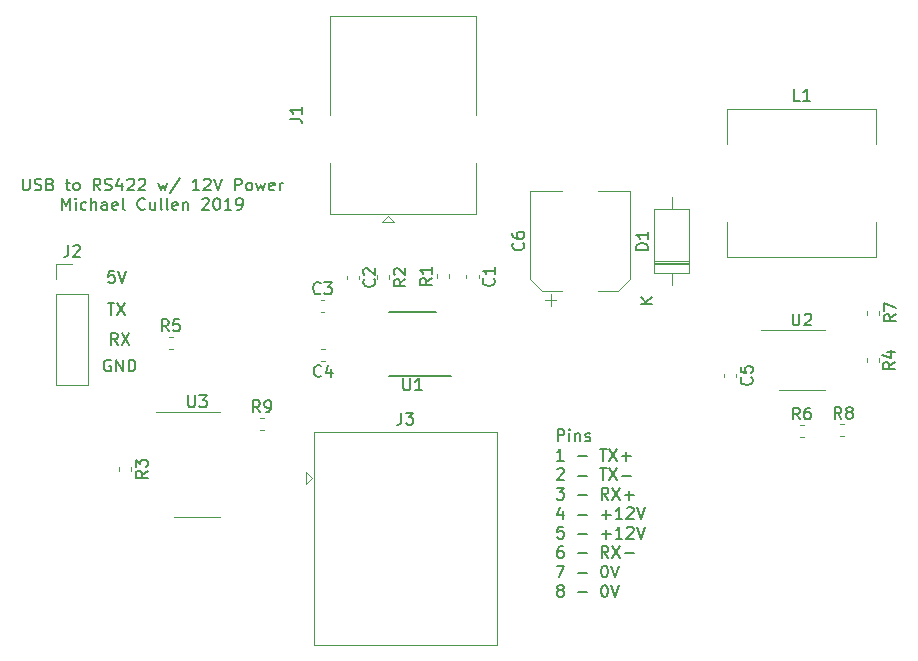
<source format=gbr>
G04 #@! TF.GenerationSoftware,KiCad,Pcbnew,(5.1.2-1)-1*
G04 #@! TF.CreationDate,2019-09-19T03:42:36+01:00*
G04 #@! TF.ProjectId,USB,5553422e-6b69-4636-9164-5f7063625858,rev?*
G04 #@! TF.SameCoordinates,Original*
G04 #@! TF.FileFunction,Legend,Top*
G04 #@! TF.FilePolarity,Positive*
%FSLAX46Y46*%
G04 Gerber Fmt 4.6, Leading zero omitted, Abs format (unit mm)*
G04 Created by KiCad (PCBNEW (5.1.2-1)-1) date 2019-09-19 03:42:36*
%MOMM*%
%LPD*%
G04 APERTURE LIST*
%ADD10C,0.150000*%
%ADD11C,0.120000*%
G04 APERTURE END LIST*
D10*
X126488095Y-105000000D02*
X126392857Y-104952380D01*
X126250000Y-104952380D01*
X126107142Y-105000000D01*
X126011904Y-105095238D01*
X125964285Y-105190476D01*
X125916666Y-105380952D01*
X125916666Y-105523809D01*
X125964285Y-105714285D01*
X126011904Y-105809523D01*
X126107142Y-105904761D01*
X126250000Y-105952380D01*
X126345238Y-105952380D01*
X126488095Y-105904761D01*
X126535714Y-105857142D01*
X126535714Y-105523809D01*
X126345238Y-105523809D01*
X126964285Y-105952380D02*
X126964285Y-104952380D01*
X127535714Y-105952380D01*
X127535714Y-104952380D01*
X128011904Y-105952380D02*
X128011904Y-104952380D01*
X128250000Y-104952380D01*
X128392857Y-105000000D01*
X128488095Y-105095238D01*
X128535714Y-105190476D01*
X128583333Y-105380952D01*
X128583333Y-105523809D01*
X128535714Y-105714285D01*
X128488095Y-105809523D01*
X128392857Y-105904761D01*
X128250000Y-105952380D01*
X128011904Y-105952380D01*
X127083333Y-103702380D02*
X126750000Y-103226190D01*
X126511904Y-103702380D02*
X126511904Y-102702380D01*
X126892857Y-102702380D01*
X126988095Y-102750000D01*
X127035714Y-102797619D01*
X127083333Y-102892857D01*
X127083333Y-103035714D01*
X127035714Y-103130952D01*
X126988095Y-103178571D01*
X126892857Y-103226190D01*
X126511904Y-103226190D01*
X127416666Y-102702380D02*
X128083333Y-103702380D01*
X128083333Y-102702380D02*
X127416666Y-103702380D01*
X126238095Y-100202380D02*
X126809523Y-100202380D01*
X126523809Y-101202380D02*
X126523809Y-100202380D01*
X127047619Y-100202380D02*
X127714285Y-101202380D01*
X127714285Y-100202380D02*
X127047619Y-101202380D01*
X126809523Y-97452380D02*
X126333333Y-97452380D01*
X126285714Y-97928571D01*
X126333333Y-97880952D01*
X126428571Y-97833333D01*
X126666666Y-97833333D01*
X126761904Y-97880952D01*
X126809523Y-97928571D01*
X126857142Y-98023809D01*
X126857142Y-98261904D01*
X126809523Y-98357142D01*
X126761904Y-98404761D01*
X126666666Y-98452380D01*
X126428571Y-98452380D01*
X126333333Y-98404761D01*
X126285714Y-98357142D01*
X127142857Y-97452380D02*
X127476190Y-98452380D01*
X127809523Y-97452380D01*
X164335595Y-111852380D02*
X164335595Y-110852380D01*
X164716547Y-110852380D01*
X164811785Y-110900000D01*
X164859404Y-110947619D01*
X164907023Y-111042857D01*
X164907023Y-111185714D01*
X164859404Y-111280952D01*
X164811785Y-111328571D01*
X164716547Y-111376190D01*
X164335595Y-111376190D01*
X165335595Y-111852380D02*
X165335595Y-111185714D01*
X165335595Y-110852380D02*
X165287976Y-110900000D01*
X165335595Y-110947619D01*
X165383214Y-110900000D01*
X165335595Y-110852380D01*
X165335595Y-110947619D01*
X165811785Y-111185714D02*
X165811785Y-111852380D01*
X165811785Y-111280952D02*
X165859404Y-111233333D01*
X165954642Y-111185714D01*
X166097500Y-111185714D01*
X166192738Y-111233333D01*
X166240357Y-111328571D01*
X166240357Y-111852380D01*
X166668928Y-111804761D02*
X166764166Y-111852380D01*
X166954642Y-111852380D01*
X167049880Y-111804761D01*
X167097500Y-111709523D01*
X167097500Y-111661904D01*
X167049880Y-111566666D01*
X166954642Y-111519047D01*
X166811785Y-111519047D01*
X166716547Y-111471428D01*
X166668928Y-111376190D01*
X166668928Y-111328571D01*
X166716547Y-111233333D01*
X166811785Y-111185714D01*
X166954642Y-111185714D01*
X167049880Y-111233333D01*
X164859404Y-113502380D02*
X164287976Y-113502380D01*
X164573690Y-113502380D02*
X164573690Y-112502380D01*
X164478452Y-112645238D01*
X164383214Y-112740476D01*
X164287976Y-112788095D01*
X166049880Y-113121428D02*
X166811785Y-113121428D01*
X167907023Y-112502380D02*
X168478452Y-112502380D01*
X168192738Y-113502380D02*
X168192738Y-112502380D01*
X168716547Y-112502380D02*
X169383214Y-113502380D01*
X169383214Y-112502380D02*
X168716547Y-113502380D01*
X169764166Y-113121428D02*
X170526071Y-113121428D01*
X170145119Y-113502380D02*
X170145119Y-112740476D01*
X164287976Y-114247619D02*
X164335595Y-114200000D01*
X164430833Y-114152380D01*
X164668928Y-114152380D01*
X164764166Y-114200000D01*
X164811785Y-114247619D01*
X164859404Y-114342857D01*
X164859404Y-114438095D01*
X164811785Y-114580952D01*
X164240357Y-115152380D01*
X164859404Y-115152380D01*
X166049880Y-114771428D02*
X166811785Y-114771428D01*
X167907023Y-114152380D02*
X168478452Y-114152380D01*
X168192738Y-115152380D02*
X168192738Y-114152380D01*
X168716547Y-114152380D02*
X169383214Y-115152380D01*
X169383214Y-114152380D02*
X168716547Y-115152380D01*
X169764166Y-114771428D02*
X170526071Y-114771428D01*
X164240357Y-115802380D02*
X164859404Y-115802380D01*
X164526071Y-116183333D01*
X164668928Y-116183333D01*
X164764166Y-116230952D01*
X164811785Y-116278571D01*
X164859404Y-116373809D01*
X164859404Y-116611904D01*
X164811785Y-116707142D01*
X164764166Y-116754761D01*
X164668928Y-116802380D01*
X164383214Y-116802380D01*
X164287976Y-116754761D01*
X164240357Y-116707142D01*
X166049880Y-116421428D02*
X166811785Y-116421428D01*
X168621309Y-116802380D02*
X168287976Y-116326190D01*
X168049880Y-116802380D02*
X168049880Y-115802380D01*
X168430833Y-115802380D01*
X168526071Y-115850000D01*
X168573690Y-115897619D01*
X168621309Y-115992857D01*
X168621309Y-116135714D01*
X168573690Y-116230952D01*
X168526071Y-116278571D01*
X168430833Y-116326190D01*
X168049880Y-116326190D01*
X168954642Y-115802380D02*
X169621309Y-116802380D01*
X169621309Y-115802380D02*
X168954642Y-116802380D01*
X170002261Y-116421428D02*
X170764166Y-116421428D01*
X170383214Y-116802380D02*
X170383214Y-116040476D01*
X164764166Y-117785714D02*
X164764166Y-118452380D01*
X164526071Y-117404761D02*
X164287976Y-118119047D01*
X164907023Y-118119047D01*
X166049880Y-118071428D02*
X166811785Y-118071428D01*
X168049880Y-118071428D02*
X168811785Y-118071428D01*
X168430833Y-118452380D02*
X168430833Y-117690476D01*
X169811785Y-118452380D02*
X169240357Y-118452380D01*
X169526071Y-118452380D02*
X169526071Y-117452380D01*
X169430833Y-117595238D01*
X169335595Y-117690476D01*
X169240357Y-117738095D01*
X170192738Y-117547619D02*
X170240357Y-117500000D01*
X170335595Y-117452380D01*
X170573690Y-117452380D01*
X170668928Y-117500000D01*
X170716547Y-117547619D01*
X170764166Y-117642857D01*
X170764166Y-117738095D01*
X170716547Y-117880952D01*
X170145119Y-118452380D01*
X170764166Y-118452380D01*
X171049880Y-117452380D02*
X171383214Y-118452380D01*
X171716547Y-117452380D01*
X164811785Y-119102380D02*
X164335595Y-119102380D01*
X164287976Y-119578571D01*
X164335595Y-119530952D01*
X164430833Y-119483333D01*
X164668928Y-119483333D01*
X164764166Y-119530952D01*
X164811785Y-119578571D01*
X164859404Y-119673809D01*
X164859404Y-119911904D01*
X164811785Y-120007142D01*
X164764166Y-120054761D01*
X164668928Y-120102380D01*
X164430833Y-120102380D01*
X164335595Y-120054761D01*
X164287976Y-120007142D01*
X166049880Y-119721428D02*
X166811785Y-119721428D01*
X168049880Y-119721428D02*
X168811785Y-119721428D01*
X168430833Y-120102380D02*
X168430833Y-119340476D01*
X169811785Y-120102380D02*
X169240357Y-120102380D01*
X169526071Y-120102380D02*
X169526071Y-119102380D01*
X169430833Y-119245238D01*
X169335595Y-119340476D01*
X169240357Y-119388095D01*
X170192738Y-119197619D02*
X170240357Y-119150000D01*
X170335595Y-119102380D01*
X170573690Y-119102380D01*
X170668928Y-119150000D01*
X170716547Y-119197619D01*
X170764166Y-119292857D01*
X170764166Y-119388095D01*
X170716547Y-119530952D01*
X170145119Y-120102380D01*
X170764166Y-120102380D01*
X171049880Y-119102380D02*
X171383214Y-120102380D01*
X171716547Y-119102380D01*
X164764166Y-120752380D02*
X164573690Y-120752380D01*
X164478452Y-120800000D01*
X164430833Y-120847619D01*
X164335595Y-120990476D01*
X164287976Y-121180952D01*
X164287976Y-121561904D01*
X164335595Y-121657142D01*
X164383214Y-121704761D01*
X164478452Y-121752380D01*
X164668928Y-121752380D01*
X164764166Y-121704761D01*
X164811785Y-121657142D01*
X164859404Y-121561904D01*
X164859404Y-121323809D01*
X164811785Y-121228571D01*
X164764166Y-121180952D01*
X164668928Y-121133333D01*
X164478452Y-121133333D01*
X164383214Y-121180952D01*
X164335595Y-121228571D01*
X164287976Y-121323809D01*
X166049880Y-121371428D02*
X166811785Y-121371428D01*
X168621309Y-121752380D02*
X168287976Y-121276190D01*
X168049880Y-121752380D02*
X168049880Y-120752380D01*
X168430833Y-120752380D01*
X168526071Y-120800000D01*
X168573690Y-120847619D01*
X168621309Y-120942857D01*
X168621309Y-121085714D01*
X168573690Y-121180952D01*
X168526071Y-121228571D01*
X168430833Y-121276190D01*
X168049880Y-121276190D01*
X168954642Y-120752380D02*
X169621309Y-121752380D01*
X169621309Y-120752380D02*
X168954642Y-121752380D01*
X170002261Y-121371428D02*
X170764166Y-121371428D01*
X164240357Y-122402380D02*
X164907023Y-122402380D01*
X164478452Y-123402380D01*
X166049880Y-123021428D02*
X166811785Y-123021428D01*
X168240357Y-122402380D02*
X168335595Y-122402380D01*
X168430833Y-122450000D01*
X168478452Y-122497619D01*
X168526071Y-122592857D01*
X168573690Y-122783333D01*
X168573690Y-123021428D01*
X168526071Y-123211904D01*
X168478452Y-123307142D01*
X168430833Y-123354761D01*
X168335595Y-123402380D01*
X168240357Y-123402380D01*
X168145119Y-123354761D01*
X168097500Y-123307142D01*
X168049880Y-123211904D01*
X168002261Y-123021428D01*
X168002261Y-122783333D01*
X168049880Y-122592857D01*
X168097500Y-122497619D01*
X168145119Y-122450000D01*
X168240357Y-122402380D01*
X168859404Y-122402380D02*
X169192738Y-123402380D01*
X169526071Y-122402380D01*
X164478452Y-124480952D02*
X164383214Y-124433333D01*
X164335595Y-124385714D01*
X164287976Y-124290476D01*
X164287976Y-124242857D01*
X164335595Y-124147619D01*
X164383214Y-124100000D01*
X164478452Y-124052380D01*
X164668928Y-124052380D01*
X164764166Y-124100000D01*
X164811785Y-124147619D01*
X164859404Y-124242857D01*
X164859404Y-124290476D01*
X164811785Y-124385714D01*
X164764166Y-124433333D01*
X164668928Y-124480952D01*
X164478452Y-124480952D01*
X164383214Y-124528571D01*
X164335595Y-124576190D01*
X164287976Y-124671428D01*
X164287976Y-124861904D01*
X164335595Y-124957142D01*
X164383214Y-125004761D01*
X164478452Y-125052380D01*
X164668928Y-125052380D01*
X164764166Y-125004761D01*
X164811785Y-124957142D01*
X164859404Y-124861904D01*
X164859404Y-124671428D01*
X164811785Y-124576190D01*
X164764166Y-124528571D01*
X164668928Y-124480952D01*
X166049880Y-124671428D02*
X166811785Y-124671428D01*
X168240357Y-124052380D02*
X168335595Y-124052380D01*
X168430833Y-124100000D01*
X168478452Y-124147619D01*
X168526071Y-124242857D01*
X168573690Y-124433333D01*
X168573690Y-124671428D01*
X168526071Y-124861904D01*
X168478452Y-124957142D01*
X168430833Y-125004761D01*
X168335595Y-125052380D01*
X168240357Y-125052380D01*
X168145119Y-125004761D01*
X168097500Y-124957142D01*
X168049880Y-124861904D01*
X168002261Y-124671428D01*
X168002261Y-124433333D01*
X168049880Y-124242857D01*
X168097500Y-124147619D01*
X168145119Y-124100000D01*
X168240357Y-124052380D01*
X168859404Y-124052380D02*
X169192738Y-125052380D01*
X169526071Y-124052380D01*
X119047619Y-89627380D02*
X119047619Y-90436904D01*
X119095238Y-90532142D01*
X119142857Y-90579761D01*
X119238095Y-90627380D01*
X119428571Y-90627380D01*
X119523809Y-90579761D01*
X119571428Y-90532142D01*
X119619047Y-90436904D01*
X119619047Y-89627380D01*
X120047619Y-90579761D02*
X120190476Y-90627380D01*
X120428571Y-90627380D01*
X120523809Y-90579761D01*
X120571428Y-90532142D01*
X120619047Y-90436904D01*
X120619047Y-90341666D01*
X120571428Y-90246428D01*
X120523809Y-90198809D01*
X120428571Y-90151190D01*
X120238095Y-90103571D01*
X120142857Y-90055952D01*
X120095238Y-90008333D01*
X120047619Y-89913095D01*
X120047619Y-89817857D01*
X120095238Y-89722619D01*
X120142857Y-89675000D01*
X120238095Y-89627380D01*
X120476190Y-89627380D01*
X120619047Y-89675000D01*
X121380952Y-90103571D02*
X121523809Y-90151190D01*
X121571428Y-90198809D01*
X121619047Y-90294047D01*
X121619047Y-90436904D01*
X121571428Y-90532142D01*
X121523809Y-90579761D01*
X121428571Y-90627380D01*
X121047619Y-90627380D01*
X121047619Y-89627380D01*
X121380952Y-89627380D01*
X121476190Y-89675000D01*
X121523809Y-89722619D01*
X121571428Y-89817857D01*
X121571428Y-89913095D01*
X121523809Y-90008333D01*
X121476190Y-90055952D01*
X121380952Y-90103571D01*
X121047619Y-90103571D01*
X122666666Y-89960714D02*
X123047619Y-89960714D01*
X122809523Y-89627380D02*
X122809523Y-90484523D01*
X122857142Y-90579761D01*
X122952380Y-90627380D01*
X123047619Y-90627380D01*
X123523809Y-90627380D02*
X123428571Y-90579761D01*
X123380952Y-90532142D01*
X123333333Y-90436904D01*
X123333333Y-90151190D01*
X123380952Y-90055952D01*
X123428571Y-90008333D01*
X123523809Y-89960714D01*
X123666666Y-89960714D01*
X123761904Y-90008333D01*
X123809523Y-90055952D01*
X123857142Y-90151190D01*
X123857142Y-90436904D01*
X123809523Y-90532142D01*
X123761904Y-90579761D01*
X123666666Y-90627380D01*
X123523809Y-90627380D01*
X125619047Y-90627380D02*
X125285714Y-90151190D01*
X125047619Y-90627380D02*
X125047619Y-89627380D01*
X125428571Y-89627380D01*
X125523809Y-89675000D01*
X125571428Y-89722619D01*
X125619047Y-89817857D01*
X125619047Y-89960714D01*
X125571428Y-90055952D01*
X125523809Y-90103571D01*
X125428571Y-90151190D01*
X125047619Y-90151190D01*
X126000000Y-90579761D02*
X126142857Y-90627380D01*
X126380952Y-90627380D01*
X126476190Y-90579761D01*
X126523809Y-90532142D01*
X126571428Y-90436904D01*
X126571428Y-90341666D01*
X126523809Y-90246428D01*
X126476190Y-90198809D01*
X126380952Y-90151190D01*
X126190476Y-90103571D01*
X126095238Y-90055952D01*
X126047619Y-90008333D01*
X126000000Y-89913095D01*
X126000000Y-89817857D01*
X126047619Y-89722619D01*
X126095238Y-89675000D01*
X126190476Y-89627380D01*
X126428571Y-89627380D01*
X126571428Y-89675000D01*
X127428571Y-89960714D02*
X127428571Y-90627380D01*
X127190476Y-89579761D02*
X126952380Y-90294047D01*
X127571428Y-90294047D01*
X127904761Y-89722619D02*
X127952380Y-89675000D01*
X128047619Y-89627380D01*
X128285714Y-89627380D01*
X128380952Y-89675000D01*
X128428571Y-89722619D01*
X128476190Y-89817857D01*
X128476190Y-89913095D01*
X128428571Y-90055952D01*
X127857142Y-90627380D01*
X128476190Y-90627380D01*
X128857142Y-89722619D02*
X128904761Y-89675000D01*
X129000000Y-89627380D01*
X129238095Y-89627380D01*
X129333333Y-89675000D01*
X129380952Y-89722619D01*
X129428571Y-89817857D01*
X129428571Y-89913095D01*
X129380952Y-90055952D01*
X128809523Y-90627380D01*
X129428571Y-90627380D01*
X130523809Y-89960714D02*
X130714285Y-90627380D01*
X130904761Y-90151190D01*
X131095238Y-90627380D01*
X131285714Y-89960714D01*
X132380952Y-89579761D02*
X131523809Y-90865476D01*
X133999999Y-90627380D02*
X133428571Y-90627380D01*
X133714285Y-90627380D02*
X133714285Y-89627380D01*
X133619047Y-89770238D01*
X133523809Y-89865476D01*
X133428571Y-89913095D01*
X134380952Y-89722619D02*
X134428571Y-89675000D01*
X134523809Y-89627380D01*
X134761904Y-89627380D01*
X134857142Y-89675000D01*
X134904761Y-89722619D01*
X134952380Y-89817857D01*
X134952380Y-89913095D01*
X134904761Y-90055952D01*
X134333333Y-90627380D01*
X134952380Y-90627380D01*
X135238095Y-89627380D02*
X135571428Y-90627380D01*
X135904761Y-89627380D01*
X137000000Y-90627380D02*
X137000000Y-89627380D01*
X137380952Y-89627380D01*
X137476190Y-89675000D01*
X137523809Y-89722619D01*
X137571428Y-89817857D01*
X137571428Y-89960714D01*
X137523809Y-90055952D01*
X137476190Y-90103571D01*
X137380952Y-90151190D01*
X137000000Y-90151190D01*
X138142857Y-90627380D02*
X138047619Y-90579761D01*
X138000000Y-90532142D01*
X137952380Y-90436904D01*
X137952380Y-90151190D01*
X138000000Y-90055952D01*
X138047619Y-90008333D01*
X138142857Y-89960714D01*
X138285714Y-89960714D01*
X138380952Y-90008333D01*
X138428571Y-90055952D01*
X138476190Y-90151190D01*
X138476190Y-90436904D01*
X138428571Y-90532142D01*
X138380952Y-90579761D01*
X138285714Y-90627380D01*
X138142857Y-90627380D01*
X138809523Y-89960714D02*
X139000000Y-90627380D01*
X139190476Y-90151190D01*
X139380952Y-90627380D01*
X139571428Y-89960714D01*
X140333333Y-90579761D02*
X140238095Y-90627380D01*
X140047619Y-90627380D01*
X139952380Y-90579761D01*
X139904761Y-90484523D01*
X139904761Y-90103571D01*
X139952380Y-90008333D01*
X140047619Y-89960714D01*
X140238095Y-89960714D01*
X140333333Y-90008333D01*
X140380952Y-90103571D01*
X140380952Y-90198809D01*
X139904761Y-90294047D01*
X140809523Y-90627380D02*
X140809523Y-89960714D01*
X140809523Y-90151190D02*
X140857142Y-90055952D01*
X140904761Y-90008333D01*
X141000000Y-89960714D01*
X141095238Y-89960714D01*
X122380952Y-92277380D02*
X122380952Y-91277380D01*
X122714285Y-91991666D01*
X123047619Y-91277380D01*
X123047619Y-92277380D01*
X123523809Y-92277380D02*
X123523809Y-91610714D01*
X123523809Y-91277380D02*
X123476190Y-91325000D01*
X123523809Y-91372619D01*
X123571428Y-91325000D01*
X123523809Y-91277380D01*
X123523809Y-91372619D01*
X124428571Y-92229761D02*
X124333333Y-92277380D01*
X124142857Y-92277380D01*
X124047619Y-92229761D01*
X124000000Y-92182142D01*
X123952380Y-92086904D01*
X123952380Y-91801190D01*
X124000000Y-91705952D01*
X124047619Y-91658333D01*
X124142857Y-91610714D01*
X124333333Y-91610714D01*
X124428571Y-91658333D01*
X124857142Y-92277380D02*
X124857142Y-91277380D01*
X125285714Y-92277380D02*
X125285714Y-91753571D01*
X125238095Y-91658333D01*
X125142857Y-91610714D01*
X125000000Y-91610714D01*
X124904761Y-91658333D01*
X124857142Y-91705952D01*
X126190476Y-92277380D02*
X126190476Y-91753571D01*
X126142857Y-91658333D01*
X126047619Y-91610714D01*
X125857142Y-91610714D01*
X125761904Y-91658333D01*
X126190476Y-92229761D02*
X126095238Y-92277380D01*
X125857142Y-92277380D01*
X125761904Y-92229761D01*
X125714285Y-92134523D01*
X125714285Y-92039285D01*
X125761904Y-91944047D01*
X125857142Y-91896428D01*
X126095238Y-91896428D01*
X126190476Y-91848809D01*
X127047619Y-92229761D02*
X126952380Y-92277380D01*
X126761904Y-92277380D01*
X126666666Y-92229761D01*
X126619047Y-92134523D01*
X126619047Y-91753571D01*
X126666666Y-91658333D01*
X126761904Y-91610714D01*
X126952380Y-91610714D01*
X127047619Y-91658333D01*
X127095238Y-91753571D01*
X127095238Y-91848809D01*
X126619047Y-91944047D01*
X127666666Y-92277380D02*
X127571428Y-92229761D01*
X127523809Y-92134523D01*
X127523809Y-91277380D01*
X129380952Y-92182142D02*
X129333333Y-92229761D01*
X129190476Y-92277380D01*
X129095238Y-92277380D01*
X128952380Y-92229761D01*
X128857142Y-92134523D01*
X128809523Y-92039285D01*
X128761904Y-91848809D01*
X128761904Y-91705952D01*
X128809523Y-91515476D01*
X128857142Y-91420238D01*
X128952380Y-91325000D01*
X129095238Y-91277380D01*
X129190476Y-91277380D01*
X129333333Y-91325000D01*
X129380952Y-91372619D01*
X130238095Y-91610714D02*
X130238095Y-92277380D01*
X129809523Y-91610714D02*
X129809523Y-92134523D01*
X129857142Y-92229761D01*
X129952380Y-92277380D01*
X130095238Y-92277380D01*
X130190476Y-92229761D01*
X130238095Y-92182142D01*
X130857142Y-92277380D02*
X130761904Y-92229761D01*
X130714285Y-92134523D01*
X130714285Y-91277380D01*
X131380952Y-92277380D02*
X131285714Y-92229761D01*
X131238095Y-92134523D01*
X131238095Y-91277380D01*
X132142857Y-92229761D02*
X132047619Y-92277380D01*
X131857142Y-92277380D01*
X131761904Y-92229761D01*
X131714285Y-92134523D01*
X131714285Y-91753571D01*
X131761904Y-91658333D01*
X131857142Y-91610714D01*
X132047619Y-91610714D01*
X132142857Y-91658333D01*
X132190476Y-91753571D01*
X132190476Y-91848809D01*
X131714285Y-91944047D01*
X132619047Y-91610714D02*
X132619047Y-92277380D01*
X132619047Y-91705952D02*
X132666666Y-91658333D01*
X132761904Y-91610714D01*
X132904761Y-91610714D01*
X133000000Y-91658333D01*
X133047619Y-91753571D01*
X133047619Y-92277380D01*
X134238095Y-91372619D02*
X134285714Y-91325000D01*
X134380952Y-91277380D01*
X134619047Y-91277380D01*
X134714285Y-91325000D01*
X134761904Y-91372619D01*
X134809523Y-91467857D01*
X134809523Y-91563095D01*
X134761904Y-91705952D01*
X134190476Y-92277380D01*
X134809523Y-92277380D01*
X135428571Y-91277380D02*
X135523809Y-91277380D01*
X135619047Y-91325000D01*
X135666666Y-91372619D01*
X135714285Y-91467857D01*
X135761904Y-91658333D01*
X135761904Y-91896428D01*
X135714285Y-92086904D01*
X135666666Y-92182142D01*
X135619047Y-92229761D01*
X135523809Y-92277380D01*
X135428571Y-92277380D01*
X135333333Y-92229761D01*
X135285714Y-92182142D01*
X135238095Y-92086904D01*
X135190476Y-91896428D01*
X135190476Y-91658333D01*
X135238095Y-91467857D01*
X135285714Y-91372619D01*
X135333333Y-91325000D01*
X135428571Y-91277380D01*
X136714285Y-92277380D02*
X136142857Y-92277380D01*
X136428571Y-92277380D02*
X136428571Y-91277380D01*
X136333333Y-91420238D01*
X136238095Y-91515476D01*
X136142857Y-91563095D01*
X137190476Y-92277380D02*
X137380952Y-92277380D01*
X137476190Y-92229761D01*
X137523809Y-92182142D01*
X137619047Y-92039285D01*
X137666666Y-91848809D01*
X137666666Y-91467857D01*
X137619047Y-91372619D01*
X137571428Y-91325000D01*
X137476190Y-91277380D01*
X137285714Y-91277380D01*
X137190476Y-91325000D01*
X137142857Y-91372619D01*
X137095238Y-91467857D01*
X137095238Y-91705952D01*
X137142857Y-91801190D01*
X137190476Y-91848809D01*
X137285714Y-91896428D01*
X137476190Y-91896428D01*
X137571428Y-91848809D01*
X137619047Y-91801190D01*
X137666666Y-91705952D01*
D11*
X163233000Y-99919800D02*
X164233000Y-99919800D01*
X163733000Y-100419800D02*
X163733000Y-99419800D01*
X169438563Y-99179800D02*
X170503000Y-98115363D01*
X163047437Y-99179800D02*
X161983000Y-98115363D01*
X163047437Y-99179800D02*
X164733000Y-99179800D01*
X169438563Y-99179800D02*
X167753000Y-99179800D01*
X170503000Y-98115363D02*
X170503000Y-90659800D01*
X161983000Y-98115363D02*
X161983000Y-90659800D01*
X161983000Y-90659800D02*
X164733000Y-90659800D01*
X170503000Y-90659800D02*
X167753000Y-90659800D01*
X133807200Y-109382400D02*
X130357200Y-109382400D01*
X133807200Y-109382400D02*
X135757200Y-109382400D01*
X133807200Y-118252400D02*
X131857200Y-118252400D01*
X133807200Y-118252400D02*
X135757200Y-118252400D01*
X185000000Y-102440000D02*
X181550000Y-102440000D01*
X185000000Y-102440000D02*
X186950000Y-102440000D01*
X185000000Y-107560000D02*
X183050000Y-107560000D01*
X185000000Y-107560000D02*
X186950000Y-107560000D01*
D10*
X155306700Y-106318900D02*
X150031700Y-106318900D01*
X154031700Y-100918900D02*
X150031700Y-100918900D01*
D11*
X139130821Y-110898400D02*
X139456379Y-110898400D01*
X139130821Y-109878400D02*
X139456379Y-109878400D01*
X188605379Y-110424500D02*
X188279821Y-110424500D01*
X188605379Y-111444500D02*
X188279821Y-111444500D01*
X191510000Y-101162779D02*
X191510000Y-100837221D01*
X190490000Y-101162779D02*
X190490000Y-100837221D01*
X184837221Y-111510000D02*
X185162779Y-111510000D01*
X184837221Y-110490000D02*
X185162779Y-110490000D01*
X131409421Y-104040400D02*
X131734979Y-104040400D01*
X131409421Y-103020400D02*
X131734979Y-103020400D01*
X190490000Y-104837221D02*
X190490000Y-105162779D01*
X191510000Y-104837221D02*
X191510000Y-105162779D01*
X127226600Y-114048321D02*
X127226600Y-114373879D01*
X128246600Y-114048321D02*
X128246600Y-114373879D01*
X149057900Y-97830421D02*
X149057900Y-98155979D01*
X150077900Y-97830421D02*
X150077900Y-98155979D01*
X155157900Y-98067079D02*
X155157900Y-97741521D01*
X154137900Y-98067079D02*
X154137900Y-97741521D01*
X191300000Y-83700000D02*
X191300000Y-86700000D01*
X178700000Y-83700000D02*
X191300000Y-83700000D01*
X178700000Y-86700000D02*
X178700000Y-83700000D01*
X178700000Y-96300000D02*
X178700000Y-93300000D01*
X191300000Y-96300000D02*
X178700000Y-96300000D01*
X191300000Y-93300000D02*
X191300000Y-96300000D01*
X143685000Y-111120000D02*
X143685000Y-129080000D01*
X159205000Y-111120000D02*
X143685000Y-111120000D01*
X159205000Y-111120000D02*
X159205000Y-129080000D01*
X143685000Y-129080000D02*
X159205000Y-129080000D01*
X143500000Y-115000000D02*
X143000000Y-114500000D01*
X143000000Y-114500000D02*
X143000000Y-115500000D01*
X143000000Y-115500000D02*
X143500000Y-115000000D01*
X121902200Y-96820400D02*
X123232200Y-96820400D01*
X121902200Y-98150400D02*
X121902200Y-96820400D01*
X121902200Y-99420400D02*
X124562200Y-99420400D01*
X124562200Y-99420400D02*
X124562200Y-107100400D01*
X121902200Y-99420400D02*
X121902200Y-107100400D01*
X121902200Y-107100400D02*
X124562200Y-107100400D01*
X150500000Y-93320000D02*
X150000000Y-92820000D01*
X149500000Y-93320000D02*
X150500000Y-93320000D01*
X150000000Y-92820000D02*
X149500000Y-93320000D01*
X157410000Y-75880000D02*
X157410000Y-84240000D01*
X145090000Y-75880000D02*
X157410000Y-75880000D01*
X145090000Y-84240000D02*
X145090000Y-75880000D01*
X157410000Y-92600000D02*
X157410000Y-88340000D01*
X145090000Y-92600000D02*
X157410000Y-92600000D01*
X145090000Y-88340000D02*
X145090000Y-92600000D01*
X172530000Y-96860000D02*
X175470000Y-96860000D01*
X172530000Y-96620000D02*
X175470000Y-96620000D01*
X172530000Y-96740000D02*
X175470000Y-96740000D01*
X174000000Y-91180000D02*
X174000000Y-92200000D01*
X174000000Y-98660000D02*
X174000000Y-97640000D01*
X172530000Y-92200000D02*
X172530000Y-97640000D01*
X175470000Y-92200000D02*
X172530000Y-92200000D01*
X175470000Y-97640000D02*
X175470000Y-92200000D01*
X172530000Y-97640000D02*
X175470000Y-97640000D01*
X178445700Y-106136221D02*
X178445700Y-106461779D01*
X179465700Y-106136221D02*
X179465700Y-106461779D01*
X144637979Y-104036400D02*
X144312421Y-104036400D01*
X144637979Y-105056400D02*
X144312421Y-105056400D01*
X144261621Y-100903500D02*
X144587179Y-100903500D01*
X144261621Y-99883500D02*
X144587179Y-99883500D01*
X146490000Y-97837221D02*
X146490000Y-98162779D01*
X147510000Y-97837221D02*
X147510000Y-98162779D01*
X156614400Y-97754221D02*
X156614400Y-98079779D01*
X157634400Y-97754221D02*
X157634400Y-98079779D01*
D10*
X161400142Y-95086466D02*
X161447761Y-95134085D01*
X161495380Y-95276942D01*
X161495380Y-95372180D01*
X161447761Y-95515038D01*
X161352523Y-95610276D01*
X161257285Y-95657895D01*
X161066809Y-95705514D01*
X160923952Y-95705514D01*
X160733476Y-95657895D01*
X160638238Y-95610276D01*
X160543000Y-95515038D01*
X160495380Y-95372180D01*
X160495380Y-95276942D01*
X160543000Y-95134085D01*
X160590619Y-95086466D01*
X160495380Y-94229323D02*
X160495380Y-94419800D01*
X160543000Y-94515038D01*
X160590619Y-94562657D01*
X160733476Y-94657895D01*
X160923952Y-94705514D01*
X161304904Y-94705514D01*
X161400142Y-94657895D01*
X161447761Y-94610276D01*
X161495380Y-94515038D01*
X161495380Y-94324561D01*
X161447761Y-94229323D01*
X161400142Y-94181704D01*
X161304904Y-94134085D01*
X161066809Y-94134085D01*
X160971571Y-94181704D01*
X160923952Y-94229323D01*
X160876333Y-94324561D01*
X160876333Y-94515038D01*
X160923952Y-94610276D01*
X160971571Y-94657895D01*
X161066809Y-94705514D01*
X133045295Y-107989780D02*
X133045295Y-108799304D01*
X133092914Y-108894542D01*
X133140533Y-108942161D01*
X133235771Y-108989780D01*
X133426247Y-108989780D01*
X133521485Y-108942161D01*
X133569104Y-108894542D01*
X133616723Y-108799304D01*
X133616723Y-107989780D01*
X133997676Y-107989780D02*
X134616723Y-107989780D01*
X134283390Y-108370733D01*
X134426247Y-108370733D01*
X134521485Y-108418352D01*
X134569104Y-108465971D01*
X134616723Y-108561209D01*
X134616723Y-108799304D01*
X134569104Y-108894542D01*
X134521485Y-108942161D01*
X134426247Y-108989780D01*
X134140533Y-108989780D01*
X134045295Y-108942161D01*
X133997676Y-108894542D01*
X184238095Y-101052380D02*
X184238095Y-101861904D01*
X184285714Y-101957142D01*
X184333333Y-102004761D01*
X184428571Y-102052380D01*
X184619047Y-102052380D01*
X184714285Y-102004761D01*
X184761904Y-101957142D01*
X184809523Y-101861904D01*
X184809523Y-101052380D01*
X185238095Y-101147619D02*
X185285714Y-101100000D01*
X185380952Y-101052380D01*
X185619047Y-101052380D01*
X185714285Y-101100000D01*
X185761904Y-101147619D01*
X185809523Y-101242857D01*
X185809523Y-101338095D01*
X185761904Y-101480952D01*
X185190476Y-102052380D01*
X185809523Y-102052380D01*
X151269795Y-106546280D02*
X151269795Y-107355804D01*
X151317414Y-107451042D01*
X151365033Y-107498661D01*
X151460271Y-107546280D01*
X151650747Y-107546280D01*
X151745985Y-107498661D01*
X151793604Y-107451042D01*
X151841223Y-107355804D01*
X151841223Y-106546280D01*
X152841223Y-107546280D02*
X152269795Y-107546280D01*
X152555509Y-107546280D02*
X152555509Y-106546280D01*
X152460271Y-106689138D01*
X152365033Y-106784376D01*
X152269795Y-106831995D01*
X139126933Y-109410780D02*
X138793600Y-108934590D01*
X138555504Y-109410780D02*
X138555504Y-108410780D01*
X138936457Y-108410780D01*
X139031695Y-108458400D01*
X139079314Y-108506019D01*
X139126933Y-108601257D01*
X139126933Y-108744114D01*
X139079314Y-108839352D01*
X139031695Y-108886971D01*
X138936457Y-108934590D01*
X138555504Y-108934590D01*
X139603123Y-109410780D02*
X139793600Y-109410780D01*
X139888838Y-109363161D01*
X139936457Y-109315542D01*
X140031695Y-109172685D01*
X140079314Y-108982209D01*
X140079314Y-108601257D01*
X140031695Y-108506019D01*
X139984076Y-108458400D01*
X139888838Y-108410780D01*
X139698361Y-108410780D01*
X139603123Y-108458400D01*
X139555504Y-108506019D01*
X139507885Y-108601257D01*
X139507885Y-108839352D01*
X139555504Y-108934590D01*
X139603123Y-108982209D01*
X139698361Y-109029828D01*
X139888838Y-109029828D01*
X139984076Y-108982209D01*
X140031695Y-108934590D01*
X140079314Y-108839352D01*
X188364833Y-109964480D02*
X188031500Y-109488290D01*
X187793404Y-109964480D02*
X187793404Y-108964480D01*
X188174357Y-108964480D01*
X188269595Y-109012100D01*
X188317214Y-109059719D01*
X188364833Y-109154957D01*
X188364833Y-109297814D01*
X188317214Y-109393052D01*
X188269595Y-109440671D01*
X188174357Y-109488290D01*
X187793404Y-109488290D01*
X188936261Y-109393052D02*
X188841023Y-109345433D01*
X188793404Y-109297814D01*
X188745785Y-109202576D01*
X188745785Y-109154957D01*
X188793404Y-109059719D01*
X188841023Y-109012100D01*
X188936261Y-108964480D01*
X189126738Y-108964480D01*
X189221976Y-109012100D01*
X189269595Y-109059719D01*
X189317214Y-109154957D01*
X189317214Y-109202576D01*
X189269595Y-109297814D01*
X189221976Y-109345433D01*
X189126738Y-109393052D01*
X188936261Y-109393052D01*
X188841023Y-109440671D01*
X188793404Y-109488290D01*
X188745785Y-109583528D01*
X188745785Y-109774004D01*
X188793404Y-109869242D01*
X188841023Y-109916861D01*
X188936261Y-109964480D01*
X189126738Y-109964480D01*
X189221976Y-109916861D01*
X189269595Y-109869242D01*
X189317214Y-109774004D01*
X189317214Y-109583528D01*
X189269595Y-109488290D01*
X189221976Y-109440671D01*
X189126738Y-109393052D01*
X192946280Y-101131666D02*
X192470090Y-101465000D01*
X192946280Y-101703095D02*
X191946280Y-101703095D01*
X191946280Y-101322142D01*
X191993900Y-101226904D01*
X192041519Y-101179285D01*
X192136757Y-101131666D01*
X192279614Y-101131666D01*
X192374852Y-101179285D01*
X192422471Y-101226904D01*
X192470090Y-101322142D01*
X192470090Y-101703095D01*
X191946280Y-100798333D02*
X191946280Y-100131666D01*
X192946280Y-100560238D01*
X184833333Y-110022380D02*
X184500000Y-109546190D01*
X184261904Y-110022380D02*
X184261904Y-109022380D01*
X184642857Y-109022380D01*
X184738095Y-109070000D01*
X184785714Y-109117619D01*
X184833333Y-109212857D01*
X184833333Y-109355714D01*
X184785714Y-109450952D01*
X184738095Y-109498571D01*
X184642857Y-109546190D01*
X184261904Y-109546190D01*
X185690476Y-109022380D02*
X185500000Y-109022380D01*
X185404761Y-109070000D01*
X185357142Y-109117619D01*
X185261904Y-109260476D01*
X185214285Y-109450952D01*
X185214285Y-109831904D01*
X185261904Y-109927142D01*
X185309523Y-109974761D01*
X185404761Y-110022380D01*
X185595238Y-110022380D01*
X185690476Y-109974761D01*
X185738095Y-109927142D01*
X185785714Y-109831904D01*
X185785714Y-109593809D01*
X185738095Y-109498571D01*
X185690476Y-109450952D01*
X185595238Y-109403333D01*
X185404761Y-109403333D01*
X185309523Y-109450952D01*
X185261904Y-109498571D01*
X185214285Y-109593809D01*
X131405533Y-102552780D02*
X131072200Y-102076590D01*
X130834104Y-102552780D02*
X130834104Y-101552780D01*
X131215057Y-101552780D01*
X131310295Y-101600400D01*
X131357914Y-101648019D01*
X131405533Y-101743257D01*
X131405533Y-101886114D01*
X131357914Y-101981352D01*
X131310295Y-102028971D01*
X131215057Y-102076590D01*
X130834104Y-102076590D01*
X132310295Y-101552780D02*
X131834104Y-101552780D01*
X131786485Y-102028971D01*
X131834104Y-101981352D01*
X131929342Y-101933733D01*
X132167438Y-101933733D01*
X132262676Y-101981352D01*
X132310295Y-102028971D01*
X132357914Y-102124209D01*
X132357914Y-102362304D01*
X132310295Y-102457542D01*
X132262676Y-102505161D01*
X132167438Y-102552780D01*
X131929342Y-102552780D01*
X131834104Y-102505161D01*
X131786485Y-102457542D01*
X192882380Y-105166666D02*
X192406190Y-105500000D01*
X192882380Y-105738095D02*
X191882380Y-105738095D01*
X191882380Y-105357142D01*
X191930000Y-105261904D01*
X191977619Y-105214285D01*
X192072857Y-105166666D01*
X192215714Y-105166666D01*
X192310952Y-105214285D01*
X192358571Y-105261904D01*
X192406190Y-105357142D01*
X192406190Y-105738095D01*
X192215714Y-104309523D02*
X192882380Y-104309523D01*
X191834761Y-104547619D02*
X192549047Y-104785714D01*
X192549047Y-104166666D01*
X129618980Y-114377766D02*
X129142790Y-114711100D01*
X129618980Y-114949195D02*
X128618980Y-114949195D01*
X128618980Y-114568242D01*
X128666600Y-114473004D01*
X128714219Y-114425385D01*
X128809457Y-114377766D01*
X128952314Y-114377766D01*
X129047552Y-114425385D01*
X129095171Y-114473004D01*
X129142790Y-114568242D01*
X129142790Y-114949195D01*
X128618980Y-114044433D02*
X128618980Y-113425385D01*
X128999933Y-113758719D01*
X128999933Y-113615861D01*
X129047552Y-113520623D01*
X129095171Y-113473004D01*
X129190409Y-113425385D01*
X129428504Y-113425385D01*
X129523742Y-113473004D01*
X129571361Y-113520623D01*
X129618980Y-113615861D01*
X129618980Y-113901576D01*
X129571361Y-113996814D01*
X129523742Y-114044433D01*
X151450280Y-98159866D02*
X150974090Y-98493200D01*
X151450280Y-98731295D02*
X150450280Y-98731295D01*
X150450280Y-98350342D01*
X150497900Y-98255104D01*
X150545519Y-98207485D01*
X150640757Y-98159866D01*
X150783614Y-98159866D01*
X150878852Y-98207485D01*
X150926471Y-98255104D01*
X150974090Y-98350342D01*
X150974090Y-98731295D01*
X150545519Y-97778914D02*
X150497900Y-97731295D01*
X150450280Y-97636057D01*
X150450280Y-97397961D01*
X150497900Y-97302723D01*
X150545519Y-97255104D01*
X150640757Y-97207485D01*
X150735995Y-97207485D01*
X150878852Y-97255104D01*
X151450280Y-97826533D01*
X151450280Y-97207485D01*
X153670280Y-98070966D02*
X153194090Y-98404300D01*
X153670280Y-98642395D02*
X152670280Y-98642395D01*
X152670280Y-98261442D01*
X152717900Y-98166204D01*
X152765519Y-98118585D01*
X152860757Y-98070966D01*
X153003614Y-98070966D01*
X153098852Y-98118585D01*
X153146471Y-98166204D01*
X153194090Y-98261442D01*
X153194090Y-98642395D01*
X153670280Y-97118585D02*
X153670280Y-97690014D01*
X153670280Y-97404300D02*
X152670280Y-97404300D01*
X152813138Y-97499538D01*
X152908376Y-97594776D01*
X152955995Y-97690014D01*
X184833333Y-83052380D02*
X184357142Y-83052380D01*
X184357142Y-82052380D01*
X185690476Y-83052380D02*
X185119047Y-83052380D01*
X185404761Y-83052380D02*
X185404761Y-82052380D01*
X185309523Y-82195238D01*
X185214285Y-82290476D01*
X185119047Y-82338095D01*
X151111666Y-109452380D02*
X151111666Y-110166666D01*
X151064047Y-110309523D01*
X150968809Y-110404761D01*
X150825952Y-110452380D01*
X150730714Y-110452380D01*
X151492619Y-109452380D02*
X152111666Y-109452380D01*
X151778333Y-109833333D01*
X151921190Y-109833333D01*
X152016428Y-109880952D01*
X152064047Y-109928571D01*
X152111666Y-110023809D01*
X152111666Y-110261904D01*
X152064047Y-110357142D01*
X152016428Y-110404761D01*
X151921190Y-110452380D01*
X151635476Y-110452380D01*
X151540238Y-110404761D01*
X151492619Y-110357142D01*
X122898866Y-95272780D02*
X122898866Y-95987066D01*
X122851247Y-96129923D01*
X122756009Y-96225161D01*
X122613152Y-96272780D01*
X122517914Y-96272780D01*
X123327438Y-95368019D02*
X123375057Y-95320400D01*
X123470295Y-95272780D01*
X123708390Y-95272780D01*
X123803628Y-95320400D01*
X123851247Y-95368019D01*
X123898866Y-95463257D01*
X123898866Y-95558495D01*
X123851247Y-95701352D01*
X123279819Y-96272780D01*
X123898866Y-96272780D01*
X141682380Y-84573333D02*
X142396666Y-84573333D01*
X142539523Y-84620952D01*
X142634761Y-84716190D01*
X142682380Y-84859047D01*
X142682380Y-84954285D01*
X142682380Y-83573333D02*
X142682380Y-84144761D01*
X142682380Y-83859047D02*
X141682380Y-83859047D01*
X141825238Y-83954285D01*
X141920476Y-84049523D01*
X141968095Y-84144761D01*
X171982380Y-95658095D02*
X170982380Y-95658095D01*
X170982380Y-95420000D01*
X171030000Y-95277142D01*
X171125238Y-95181904D01*
X171220476Y-95134285D01*
X171410952Y-95086666D01*
X171553809Y-95086666D01*
X171744285Y-95134285D01*
X171839523Y-95181904D01*
X171934761Y-95277142D01*
X171982380Y-95420000D01*
X171982380Y-95658095D01*
X171982380Y-94134285D02*
X171982380Y-94705714D01*
X171982380Y-94420000D02*
X170982380Y-94420000D01*
X171125238Y-94515238D01*
X171220476Y-94610476D01*
X171268095Y-94705714D01*
X172352380Y-100261904D02*
X171352380Y-100261904D01*
X172352380Y-99690476D02*
X171780952Y-100119047D01*
X171352380Y-99690476D02*
X171923809Y-100261904D01*
X180742842Y-106465666D02*
X180790461Y-106513285D01*
X180838080Y-106656142D01*
X180838080Y-106751380D01*
X180790461Y-106894238D01*
X180695223Y-106989476D01*
X180599985Y-107037095D01*
X180409509Y-107084714D01*
X180266652Y-107084714D01*
X180076176Y-107037095D01*
X179980938Y-106989476D01*
X179885700Y-106894238D01*
X179838080Y-106751380D01*
X179838080Y-106656142D01*
X179885700Y-106513285D01*
X179933319Y-106465666D01*
X179838080Y-105560904D02*
X179838080Y-106037095D01*
X180314271Y-106084714D01*
X180266652Y-106037095D01*
X180219033Y-105941857D01*
X180219033Y-105703761D01*
X180266652Y-105608523D01*
X180314271Y-105560904D01*
X180409509Y-105513285D01*
X180647604Y-105513285D01*
X180742842Y-105560904D01*
X180790461Y-105608523D01*
X180838080Y-105703761D01*
X180838080Y-105941857D01*
X180790461Y-106037095D01*
X180742842Y-106084714D01*
X144308533Y-106333542D02*
X144260914Y-106381161D01*
X144118057Y-106428780D01*
X144022819Y-106428780D01*
X143879961Y-106381161D01*
X143784723Y-106285923D01*
X143737104Y-106190685D01*
X143689485Y-106000209D01*
X143689485Y-105857352D01*
X143737104Y-105666876D01*
X143784723Y-105571638D01*
X143879961Y-105476400D01*
X144022819Y-105428780D01*
X144118057Y-105428780D01*
X144260914Y-105476400D01*
X144308533Y-105524019D01*
X145165676Y-105762114D02*
X145165676Y-106428780D01*
X144927580Y-105381161D02*
X144689485Y-106095447D01*
X145308533Y-106095447D01*
X144257733Y-99320642D02*
X144210114Y-99368261D01*
X144067257Y-99415880D01*
X143972019Y-99415880D01*
X143829161Y-99368261D01*
X143733923Y-99273023D01*
X143686304Y-99177785D01*
X143638685Y-98987309D01*
X143638685Y-98844452D01*
X143686304Y-98653976D01*
X143733923Y-98558738D01*
X143829161Y-98463500D01*
X143972019Y-98415880D01*
X144067257Y-98415880D01*
X144210114Y-98463500D01*
X144257733Y-98511119D01*
X144591066Y-98415880D02*
X145210114Y-98415880D01*
X144876780Y-98796833D01*
X145019638Y-98796833D01*
X145114876Y-98844452D01*
X145162495Y-98892071D01*
X145210114Y-98987309D01*
X145210114Y-99225404D01*
X145162495Y-99320642D01*
X145114876Y-99368261D01*
X145019638Y-99415880D01*
X144733923Y-99415880D01*
X144638685Y-99368261D01*
X144591066Y-99320642D01*
X148787142Y-98166666D02*
X148834761Y-98214285D01*
X148882380Y-98357142D01*
X148882380Y-98452380D01*
X148834761Y-98595238D01*
X148739523Y-98690476D01*
X148644285Y-98738095D01*
X148453809Y-98785714D01*
X148310952Y-98785714D01*
X148120476Y-98738095D01*
X148025238Y-98690476D01*
X147930000Y-98595238D01*
X147882380Y-98452380D01*
X147882380Y-98357142D01*
X147930000Y-98214285D01*
X147977619Y-98166666D01*
X147977619Y-97785714D02*
X147930000Y-97738095D01*
X147882380Y-97642857D01*
X147882380Y-97404761D01*
X147930000Y-97309523D01*
X147977619Y-97261904D01*
X148072857Y-97214285D01*
X148168095Y-97214285D01*
X148310952Y-97261904D01*
X148882380Y-97833333D01*
X148882380Y-97214285D01*
X158911542Y-98083666D02*
X158959161Y-98131285D01*
X159006780Y-98274142D01*
X159006780Y-98369380D01*
X158959161Y-98512238D01*
X158863923Y-98607476D01*
X158768685Y-98655095D01*
X158578209Y-98702714D01*
X158435352Y-98702714D01*
X158244876Y-98655095D01*
X158149638Y-98607476D01*
X158054400Y-98512238D01*
X158006780Y-98369380D01*
X158006780Y-98274142D01*
X158054400Y-98131285D01*
X158102019Y-98083666D01*
X159006780Y-97131285D02*
X159006780Y-97702714D01*
X159006780Y-97417000D02*
X158006780Y-97417000D01*
X158149638Y-97512238D01*
X158244876Y-97607476D01*
X158292495Y-97702714D01*
M02*

</source>
